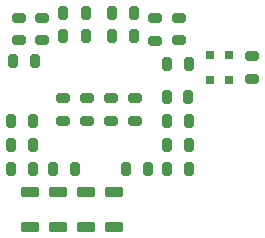
<source format=gbp>
G04 #@! TF.GenerationSoftware,KiCad,Pcbnew,7.0.7-7.0.7~ubuntu22.04.1*
G04 #@! TF.CreationDate,2023-10-22T18:43:05+02:00*
G04 #@! TF.ProjectId,bitaxeUltra,62697461-7865-4556-9c74-72612e6b6963,rev?*
G04 #@! TF.SameCoordinates,Original*
G04 #@! TF.FileFunction,Paste,Bot*
G04 #@! TF.FilePolarity,Positive*
%FSLAX46Y46*%
G04 Gerber Fmt 4.6, Leading zero omitted, Abs format (unit mm)*
G04 Created by KiCad (PCBNEW 7.0.7-7.0.7~ubuntu22.04.1) date 2023-10-22 18:43:05*
%MOMM*%
%LPD*%
G01*
G04 APERTURE LIST*
G04 Aperture macros list*
%AMRoundRect*
0 Rectangle with rounded corners*
0 $1 Rounding radius*
0 $2 $3 $4 $5 $6 $7 $8 $9 X,Y pos of 4 corners*
0 Add a 4 corners polygon primitive as box body*
4,1,4,$2,$3,$4,$5,$6,$7,$8,$9,$2,$3,0*
0 Add four circle primitives for the rounded corners*
1,1,$1+$1,$2,$3*
1,1,$1+$1,$4,$5*
1,1,$1+$1,$6,$7*
1,1,$1+$1,$8,$9*
0 Add four rect primitives between the rounded corners*
20,1,$1+$1,$2,$3,$4,$5,0*
20,1,$1+$1,$4,$5,$6,$7,0*
20,1,$1+$1,$6,$7,$8,$9,0*
20,1,$1+$1,$8,$9,$2,$3,0*%
G04 Aperture macros list end*
%ADD10RoundRect,0.150000X-0.250000X-0.430000X0.250000X-0.430000X0.250000X0.430000X-0.250000X0.430000X0*%
%ADD11RoundRect,0.150000X0.250000X0.430000X-0.250000X0.430000X-0.250000X-0.430000X0.250000X-0.430000X0*%
%ADD12RoundRect,0.150000X0.430000X-0.250000X0.430000X0.250000X-0.430000X0.250000X-0.430000X-0.250000X0*%
%ADD13RoundRect,0.135000X-0.585000X0.325000X-0.585000X-0.325000X0.585000X-0.325000X0.585000X0.325000X0*%
%ADD14RoundRect,0.150000X-0.430000X0.250000X-0.430000X-0.250000X0.430000X-0.250000X0.430000X0.250000X0*%
%ADD15R,0.720000X0.800000*%
%ADD16RoundRect,0.147500X0.262500X0.412500X-0.262500X0.412500X-0.262500X-0.412500X0.262500X-0.412500X0*%
G04 APERTURE END LIST*
D10*
X229350000Y-76900000D03*
X231250000Y-76900000D03*
D11*
X235350000Y-76900000D03*
X233450000Y-76900000D03*
D12*
X239100000Y-79250000D03*
X239100000Y-77350000D03*
X225600000Y-79250000D03*
X225600000Y-77350000D03*
X227584000Y-79248000D03*
X227584000Y-77348000D03*
D11*
X226959200Y-81026000D03*
X225059200Y-81026000D03*
D10*
X224922000Y-86106000D03*
X226822000Y-86106000D03*
D12*
X233426000Y-86040000D03*
X233426000Y-84140000D03*
X229362000Y-86040000D03*
X229362000Y-84140000D03*
D11*
X239999600Y-81229200D03*
X238099600Y-81229200D03*
D13*
X226517200Y-92096800D03*
X226517200Y-95046800D03*
D11*
X226822000Y-88138000D03*
X224922000Y-88138000D03*
X230378000Y-90170000D03*
X228478000Y-90170000D03*
X240030000Y-90170000D03*
X238130000Y-90170000D03*
D12*
X237134400Y-79283600D03*
X237134400Y-77383600D03*
D14*
X245364000Y-80584000D03*
X245364000Y-82484000D03*
D11*
X240030000Y-88138000D03*
X238130000Y-88138000D03*
D13*
X233629200Y-92096800D03*
X233629200Y-95046800D03*
D12*
X235458000Y-86040000D03*
X235458000Y-84140000D03*
D15*
X243345000Y-80459000D03*
X243345000Y-82609000D03*
X241795000Y-82609000D03*
X241795000Y-80459000D03*
D13*
X228904800Y-92096800D03*
X228904800Y-95046800D03*
D12*
X231394000Y-86040000D03*
X231394000Y-84140000D03*
D11*
X235341200Y-78892400D03*
X233441200Y-78892400D03*
D13*
X231292400Y-92096800D03*
X231292400Y-95046800D03*
D11*
X226822000Y-90170000D03*
X224922000Y-90170000D03*
D10*
X229326400Y-78892400D03*
X231226400Y-78892400D03*
D16*
X239926500Y-84074000D03*
X238101500Y-84074000D03*
D10*
X238130000Y-86106000D03*
X240030000Y-86106000D03*
D11*
X236540000Y-90170000D03*
X234640000Y-90170000D03*
M02*

</source>
